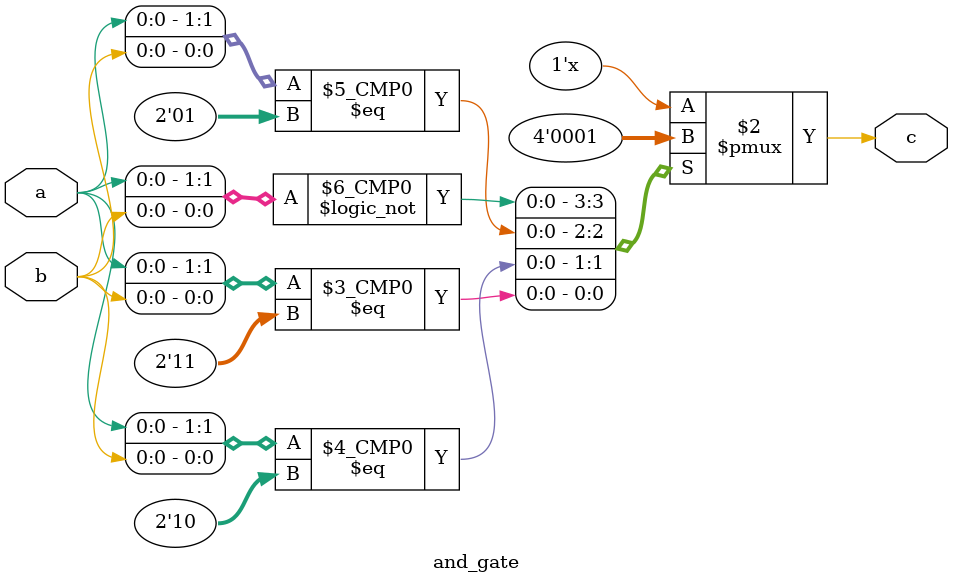
<source format=v>
`timescale 1ns / 1ps


module and_gate(
    input a, b,
    output reg c
    );
    
    always @(*)
    begin
        case({a,b})
            2'b00: c = 0;
            2'b01: c = 0;
            2'b10: c = 0;
            2'b11: c = 1;
        endcase
    end
endmodule

</source>
